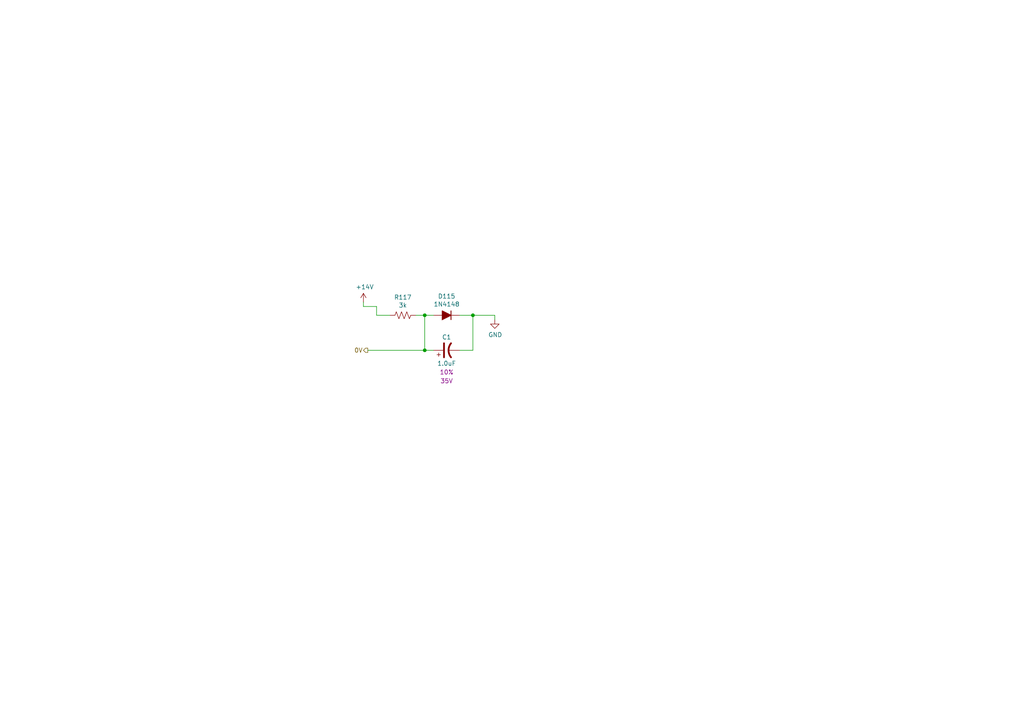
<source format=kicad_sch>
(kicad_sch (version 20211123) (generator eeschema)
  (paper "A4")
  (lib_symbols
    (symbol "Device:C_Polarized_US" (pin_numbers hide) (pin_names (offset 0.254) hide)
      (property "Reference" "C" (at 0.635 2.54 0))
      (property "Value" "C_Polarized_US" (at 0.635 -2.54 0))
      (symbol "C_Polarized_US_0_1"
        (polyline (pts (xy -2.032 0.762) (xy 2.032 0.762)) (stroke (width 0.508)))
        (polyline (pts (xy -1.778 2.286) (xy -0.762 2.286)))
        (polyline (pts (xy -1.27 1.778) (xy -1.27 2.794)))
        (arc (start 2.032 -1.27) (mid 0 -0.5572) (end -2.032 -1.27) (stroke (width 0.508)))
      )
      (symbol "C_Polarized_US_1_1"
        (pin passive line (at 0 3.81 270) (length 2.794) (name "~") (number "1"))
        (pin passive line (at 0 -3.81 90) (length 3.302) (name "~") (number "2"))
      )
    )
    (symbol "Device:D_Filled" (pin_numbers hide) (pin_names (offset 1.016) hide)
      (property "Reference" "D" (at 0 2.54 0))
      (property "Value" "D_Filled" (at 0 -2.54 0))
      (symbol "D_Filled_0_1"
        (polyline (pts (xy -1.27 1.27) (xy -1.27 -1.27)) (stroke (width 0.254)))
        (polyline (pts (xy 1.27 0) (xy -1.27 0)))
        (polyline (pts (xy 1.27 1.27) (xy 1.27 -1.27) (xy -1.27 0) (xy 1.27 1.27)) (stroke (width 0.254)) (fill (type outline)))
      )
      (symbol "D_Filled_1_1"
        (pin passive line (at -3.81 0 0) (length 2.54) (name "K") (number "1"))
        (pin passive line (at 3.81 0 180) (length 2.54) (name "A") (number "2"))
      )
    )
    (symbol "Device:R_US" (pin_numbers hide) (pin_names (offset 0))
      (property "Reference" "R" (at 2.54 0 90))
      (property "Value" "R_US" (at -2.54 0 90))
      (symbol "R_US_0_1"
        (polyline (pts (xy 0 -2.286) (xy 0 -2.54)))
        (polyline (pts (xy 0 2.286) (xy 0 2.54)))
        (polyline (pts (xy 0 -0.762) (xy 1.016 -1.143) (xy 0 -1.524) (xy -1.016 -1.905) (xy 0 -2.286)))
        (polyline (pts (xy 0 0.762) (xy 1.016 0.381) (xy 0 0) (xy -1.016 -0.381) (xy 0 -0.762)))
        (polyline (pts (xy 0 2.286) (xy 1.016 1.905) (xy 0 1.524) (xy -1.016 1.143) (xy 0 0.762)))
      )
      (symbol "R_US_1_1"
        (pin passive line (at 0 3.81 270) (length 1.27) (name "~") (number "1"))
        (pin passive line (at 0 -3.81 90) (length 1.27) (name "~") (number "2"))
      )
    )
    (symbol "lachesis:+14V" (power) (pin_names (offset 0))
      (property "Value" "+14V" (at 0 3.556 0))
      (symbol "+14V_0_1"
        (polyline (pts (xy -0.762 1.27) (xy 0 2.54)))
        (polyline (pts (xy 0 0) (xy 0 2.54)))
        (polyline (pts (xy 0 2.54) (xy 0.762 1.27)))
      )
      (symbol "+14V_1_1"
        (pin power_in line (at 0 0 90) (length 0) hide (name "+14V") (number "1"))
      )
    )
    (symbol "power:GND" (power) (pin_names (offset 0))
      (property "Value" "GND" (at 0 -3.81 0))
      (symbol "GND_0_1"
        (polyline (pts (xy 0 0) (xy 0 -1.27) (xy 1.27 -1.27) (xy 0 -2.54) (xy -1.27 -1.27) (xy 0 -1.27)))
      )
      (symbol "GND_1_1"
        (pin power_in line (at 0 0 270) (length 0) hide (name "GND") (number "1"))
      )
    )
  )
  (junction (at 137.16 91.44))
  (junction (at 123.19 101.6))
  (junction (at 123.19 91.44))
  (wire (pts (xy 123.19 91.44) (xy 120.65 91.44)))
  (wire (pts (xy 105.41 88.9) (xy 109.22 88.9)))
  (wire (pts (xy 133.35 101.6) (xy 137.16 101.6)))
  (wire (pts (xy 105.41 87.63) (xy 105.41 88.9)))
  (wire (pts (xy 109.22 91.44) (xy 113.03 91.44)))
  (wire (pts (xy 123.19 101.6) (xy 125.73 101.6)))
  (wire (pts (xy 109.22 88.9) (xy 109.22 91.44)))
  (wire (pts (xy 137.16 101.6) (xy 137.16 91.44)))
  (wire (pts (xy 123.19 101.6) (xy 106.68 101.6)))
  (wire (pts (xy 143.51 91.44) (xy 143.51 92.71)))
  (wire (pts (xy 123.19 91.44) (xy 123.19 101.6)))
  (wire (pts (xy 137.16 91.44) (xy 133.35 91.44)))
  (wire (pts (xy 125.73 91.44) (xy 123.19 91.44)))
  (wire (pts (xy 137.16 91.44) (xy 143.51 91.44)))
  (hierarchical_label "0V" (shape output) (at 106.68 101.6 180))
  (symbol (lib_id "Device:C_Polarized_US") (at 129.54 101.6 90) (unit 1)
    (property "Reference" "C1" (at 129.54 97.79 90))
    (property "Value" "1.0uF" (at 129.54 105.41 90))
    (property "Footprint" "Capacitor_Tantalum_SMD:CP_EIA-3528-21_Kemet-B" (effects hide))
    (property "Tolerance" "10%" (at 129.54 107.95 90))
    (property "Rating" "35V" (at 129.54 110.49 90))
    (property "ESR" "1.5" (effects hide))
    (property "Part Number" "T495B105K035ATE1K5" (effects hide))
    (property "Digikey" "https://www.digikey.com/en/products/detail/kemet/T495B105K035ATE1K5/9460136" (effects hide))
    (property "Description" "CAP TANT 1UF 10% 35V 1411" (effects hide))
    (property "MPN" "T495B105K035ATE1K5" (effects hide))
    (property "Manufacturer" "KEMET" (effects hide))
    (property "Package" "1411" (effects hide))
  )
  (symbol (lib_id "lachesis:+14V") (at 105.41 87.63 0) (unit 1)
    (property "Reference" "#PWR023" (effects hide))
    (property "Value" "+14V" (at 105.791 83.2358 0))
  )
  (symbol (lib_id "Device:R_US") (at 116.84 91.44 270) (unit 1)
    (property "Reference" "R117" (at 116.84 86.233 90))
    (property "Value" "3k" (at 116.84 88.5444 90))
    (property "Footprint" "Resistor_SMD:R_0603_1608Metric" (effects hide))
    (property "Tolerance" "1%" (effects hide))
    (property "Rating" "1/4W" (effects hide))
    (property "Part Number" "RCS06033K00FKEA" (effects hide))
    (property "Digikey" "https://www.digikey.com/en/products/detail/vishay-dale/RCS06033K00FKEA/5868535" (effects hide))
  )
  (symbol (lib_id "Device:D_Filled") (at 129.54 91.44 180) (unit 1)
    (property "Reference" "D115" (at 129.54 85.9282 0))
    (property "Value" "1N4148" (at 129.54 88.2396 0))
    (property "Footprint" "lachesis:D_SOD-323" (effects hide))
    (property "Digikey" "https://www.digikey.com/en/products/detail/smc-diode-solutions/1N4148WSTR/6022449" (effects hide))
    (property "Part Number" "1N4148WSTR" (effects hide))
    (property "MPN" "1N4148WS" (effects hide))
    (property "Manufacturer" "SMC Diode Solutions" (effects hide))
    (property "Description" "DIODE GEN PURP 75V 300MA SOD323" (effects hide))
    (property "Package" "SOD-323" (effects hide))
    (property "Rating" "300mA" (effects hide))
  )
  (symbol (lib_id "power:GND") (at 143.51 92.71 0) (unit 1)
    (property "Reference" "#PWR024" (effects hide))
    (property "Value" "GND" (at 143.637 97.1042 0))
  )
)
</source>
